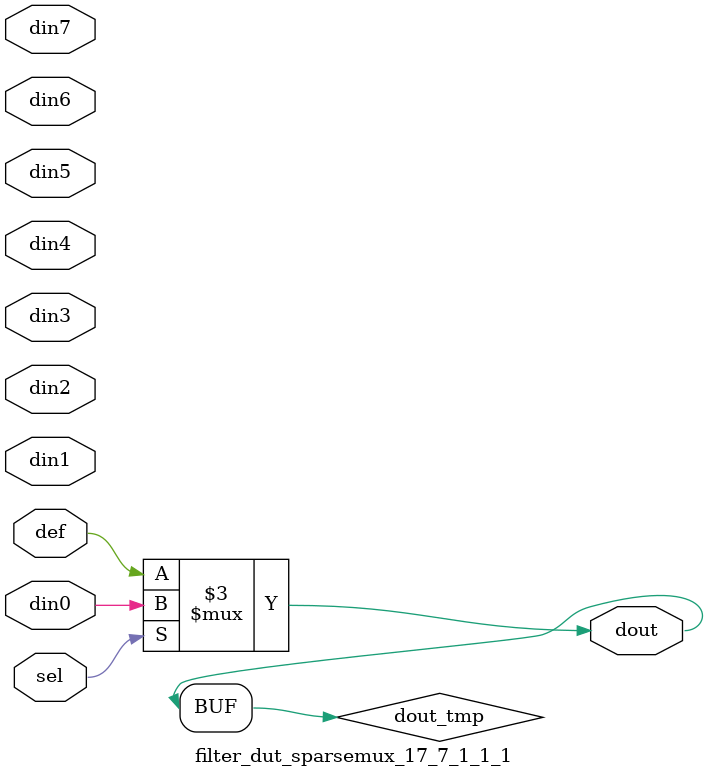
<source format=v>
`timescale 1ns / 1ps

module filter_dut_sparsemux_17_7_1_1_1 (din0,din1,din2,din3,din4,din5,din6,din7,def,sel,dout);

parameter din0_WIDTH = 1;

parameter din1_WIDTH = 1;

parameter din2_WIDTH = 1;

parameter din3_WIDTH = 1;

parameter din4_WIDTH = 1;

parameter din5_WIDTH = 1;

parameter din6_WIDTH = 1;

parameter din7_WIDTH = 1;

parameter def_WIDTH = 1;
parameter sel_WIDTH = 1;
parameter dout_WIDTH = 1;

parameter [sel_WIDTH-1:0] CASE0 = 1;

parameter [sel_WIDTH-1:0] CASE1 = 1;

parameter [sel_WIDTH-1:0] CASE2 = 1;

parameter [sel_WIDTH-1:0] CASE3 = 1;

parameter [sel_WIDTH-1:0] CASE4 = 1;

parameter [sel_WIDTH-1:0] CASE5 = 1;

parameter [sel_WIDTH-1:0] CASE6 = 1;

parameter [sel_WIDTH-1:0] CASE7 = 1;

parameter ID = 1;
parameter NUM_STAGE = 1;



input [din0_WIDTH-1:0] din0;

input [din1_WIDTH-1:0] din1;

input [din2_WIDTH-1:0] din2;

input [din3_WIDTH-1:0] din3;

input [din4_WIDTH-1:0] din4;

input [din5_WIDTH-1:0] din5;

input [din6_WIDTH-1:0] din6;

input [din7_WIDTH-1:0] din7;

input [def_WIDTH-1:0] def;
input [sel_WIDTH-1:0] sel;

output [dout_WIDTH-1:0] dout;



reg [dout_WIDTH-1:0] dout_tmp;


always @ (*) begin
(* parallel_case *) case (sel)
    
    CASE0 : dout_tmp = din0;
    
    CASE1 : dout_tmp = din1;
    
    CASE2 : dout_tmp = din2;
    
    CASE3 : dout_tmp = din3;
    
    CASE4 : dout_tmp = din4;
    
    CASE5 : dout_tmp = din5;
    
    CASE6 : dout_tmp = din6;
    
    CASE7 : dout_tmp = din7;
    
    default : dout_tmp = def;
endcase
end


assign dout = dout_tmp;



endmodule

</source>
